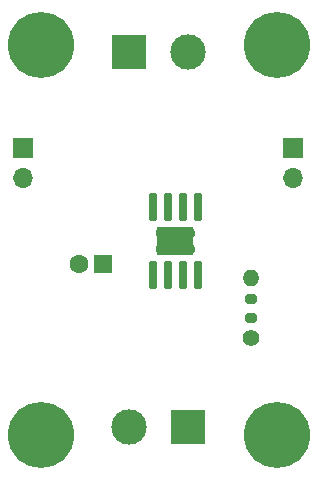
<source format=gbr>
%TF.GenerationSoftware,KiCad,Pcbnew,(7.0.0)*%
%TF.CreationDate,2023-05-21T11:31:51-07:00*%
%TF.ProjectId,DRV8870-breakout-board,44525638-3837-4302-9d62-7265616b6f75,rev?*%
%TF.SameCoordinates,Original*%
%TF.FileFunction,Soldermask,Top*%
%TF.FilePolarity,Negative*%
%FSLAX46Y46*%
G04 Gerber Fmt 4.6, Leading zero omitted, Abs format (unit mm)*
G04 Created by KiCad (PCBNEW (7.0.0)) date 2023-05-21 11:31:51*
%MOMM*%
%LPD*%
G01*
G04 APERTURE LIST*
G04 Aperture macros list*
%AMRoundRect*
0 Rectangle with rounded corners*
0 $1 Rounding radius*
0 $2 $3 $4 $5 $6 $7 $8 $9 X,Y pos of 4 corners*
0 Add a 4 corners polygon primitive as box body*
4,1,4,$2,$3,$4,$5,$6,$7,$8,$9,$2,$3,0*
0 Add four circle primitives for the rounded corners*
1,1,$1+$1,$2,$3*
1,1,$1+$1,$4,$5*
1,1,$1+$1,$6,$7*
1,1,$1+$1,$8,$9*
0 Add four rect primitives between the rounded corners*
20,1,$1+$1,$2,$3,$4,$5,0*
20,1,$1+$1,$4,$5,$6,$7,0*
20,1,$1+$1,$6,$7,$8,$9,0*
20,1,$1+$1,$8,$9,$2,$3,0*%
G04 Aperture macros list end*
%ADD10C,5.600000*%
%ADD11R,3.000000X3.000000*%
%ADD12C,3.000000*%
%ADD13R,1.600000X1.600000*%
%ADD14C,1.600000*%
%ADD15R,1.700000X1.700000*%
%ADD16O,1.700000X1.700000*%
%ADD17RoundRect,0.200000X0.275000X-0.200000X0.275000X0.200000X-0.275000X0.200000X-0.275000X-0.200000X0*%
%ADD18C,1.400000*%
%ADD19O,1.400000X1.400000*%
%ADD20R,3.100000X2.400000*%
%ADD21RoundRect,0.070000X-0.250000X1.100000X-0.250000X-1.100000X0.250000X-1.100000X0.250000X1.100000X0*%
%ADD22C,0.770000*%
G04 APERTURE END LIST*
D10*
%TO.C,H104*%
X140600000Y-112200000D03*
%TD*%
D11*
%TO.C,J103*%
X128099999Y-79799999D03*
D12*
X133100000Y-79800000D03*
%TD*%
D13*
%TO.C,C101*%
X125885112Y-97779999D03*
D14*
X123885113Y-97780000D03*
%TD*%
D15*
%TO.C,J104*%
X119099999Y-87899999D03*
D16*
X119099999Y-90439999D03*
%TD*%
D17*
%TO.C,R104*%
X138400000Y-102350000D03*
X138400000Y-100700000D03*
%TD*%
D18*
%TO.C,R105*%
X138400000Y-104065000D03*
D19*
X138399999Y-98984999D03*
%TD*%
D10*
%TO.C,H103*%
X120600000Y-112200000D03*
%TD*%
D15*
%TO.C,J102*%
X141959999Y-87899999D03*
D16*
X141959999Y-90439999D03*
%TD*%
D10*
%TO.C,H102*%
X140600000Y-79200000D03*
%TD*%
D11*
%TO.C,J101*%
X133099999Y-111599999D03*
D12*
X128100000Y-111600000D03*
%TD*%
D10*
%TO.C,H101*%
X120600000Y-79200000D03*
%TD*%
D20*
%TO.C,U102*%
X131999999Y-95799999D03*
D21*
X133905000Y-92925000D03*
X132635000Y-92925000D03*
X131365000Y-92925000D03*
X130095000Y-92925000D03*
X130095000Y-98675000D03*
X131365000Y-98675000D03*
X132635000Y-98675000D03*
X133905000Y-98675000D03*
D22*
X133300000Y-95150000D03*
X132000000Y-95150000D03*
X130700000Y-95150000D03*
X133300000Y-96450000D03*
X132000000Y-96450000D03*
X130700000Y-96450000D03*
%TD*%
M02*

</source>
